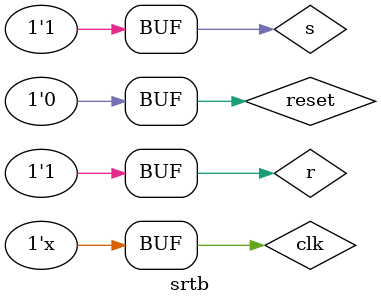
<source format=v>
`timescale 1ns / 1ps


module srtb;

	// Inputs
	reg clk;
	reg reset;
	reg s;
	reg r;

	// Outputs
	wire q;

	// Instantiate the Unit Under Test (UUT)
	sr uut (
		.clk(clk), 
		.reset(reset), 
		.s(s), 
		.r(r), 
		.q(q)
	);
	initial begin
	$monitor("clk=%b,reset=%b,s=%b,r=%b,q=%b",clk,reset,s,r,q);
	end

	initial begin
		// Initialize Inputs
		clk = 0;
		reset = 1;

		// Wait 100 ns for global reset to finish
		#100;s=0;r=0;reset=0;
		#100;s=0;r=1;
		#100;s=1;r=0;
		#100;s=1;r=1;
		
        
		// Add stimulus here

	end
	always
	#30 clk=~clk;
      
endmodule


</source>
